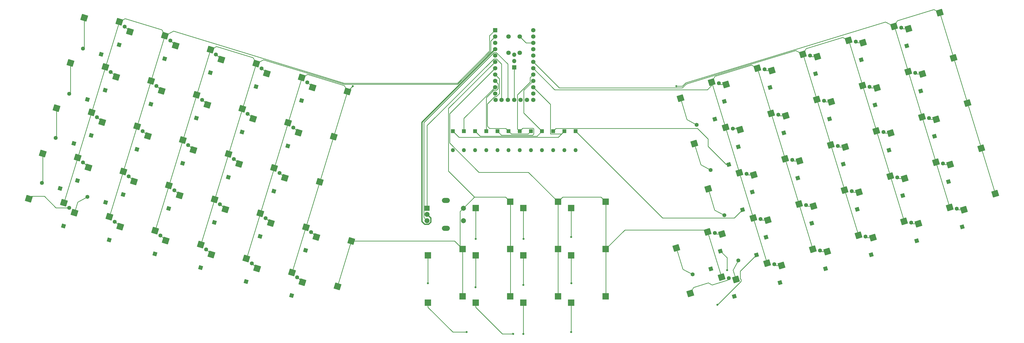
<source format=gbl>
G04 #@! TF.GenerationSoftware,KiCad,Pcbnew,8.0.6*
G04 #@! TF.CreationDate,2024-10-27T19:10:16+01:00*
G04 #@! TF.ProjectId,pterodactyl,70746572-6f64-4616-9374-796c2e6b6963,rev?*
G04 #@! TF.SameCoordinates,Original*
G04 #@! TF.FileFunction,Copper,L2,Bot*
G04 #@! TF.FilePolarity,Positive*
%FSLAX46Y46*%
G04 Gerber Fmt 4.6, Leading zero omitted, Abs format (unit mm)*
G04 Created by KiCad (PCBNEW 8.0.6) date 2024-10-27 19:10:16*
%MOMM*%
%LPD*%
G01*
G04 APERTURE LIST*
G04 Aperture macros list*
%AMHorizOval*
0 Thick line with rounded ends*
0 $1 width*
0 $2 $3 position (X,Y) of the first rounded end (center of the circle)*
0 $4 $5 position (X,Y) of the second rounded end (center of the circle)*
0 Add line between two ends*
20,1,$1,$2,$3,$4,$5,0*
0 Add two circle primitives to create the rounded ends*
1,1,$1,$2,$3*
1,1,$1,$4,$5*%
%AMRotRect*
0 Rectangle, with rotation*
0 The origin of the aperture is its center*
0 $1 length*
0 $2 width*
0 $3 Rotation angle, in degrees counterclockwise*
0 Add horizontal line*
21,1,$1,$2,0,0,$3*%
G04 Aperture macros list end*
G04 #@! TA.AperFunction,SMDPad,CuDef*
%ADD10RotRect,2.550000X2.500000X17.000000*%
G04 #@! TD*
G04 #@! TA.AperFunction,ComponentPad*
%ADD11RotRect,1.600000X1.600000X73.000000*%
G04 #@! TD*
G04 #@! TA.AperFunction,ComponentPad*
%ADD12HorizOval,1.600000X0.000000X0.000000X0.000000X0.000000X0*%
G04 #@! TD*
G04 #@! TA.AperFunction,SMDPad,CuDef*
%ADD13RotRect,2.550000X2.500000X343.000000*%
G04 #@! TD*
G04 #@! TA.AperFunction,ComponentPad*
%ADD14R,1.600000X1.600000*%
G04 #@! TD*
G04 #@! TA.AperFunction,ComponentPad*
%ADD15O,1.600000X1.600000*%
G04 #@! TD*
G04 #@! TA.AperFunction,ComponentPad*
%ADD16RotRect,1.600000X1.600000X197.000000*%
G04 #@! TD*
G04 #@! TA.AperFunction,ComponentPad*
%ADD17HorizOval,1.600000X0.000000X0.000000X0.000000X0.000000X0*%
G04 #@! TD*
G04 #@! TA.AperFunction,ComponentPad*
%ADD18RotRect,1.600000X1.600000X107.000000*%
G04 #@! TD*
G04 #@! TA.AperFunction,ComponentPad*
%ADD19HorizOval,1.600000X0.000000X0.000000X0.000000X0.000000X0*%
G04 #@! TD*
G04 #@! TA.AperFunction,SMDPad,CuDef*
%ADD20R,2.550000X2.500000*%
G04 #@! TD*
G04 #@! TA.AperFunction,ComponentPad*
%ADD21RotRect,1.600000X1.600000X163.000000*%
G04 #@! TD*
G04 #@! TA.AperFunction,ComponentPad*
%ADD22HorizOval,1.600000X0.000000X0.000000X0.000000X0.000000X0*%
G04 #@! TD*
G04 #@! TA.AperFunction,WasherPad*
%ADD23O,3.200000X2.000000*%
G04 #@! TD*
G04 #@! TA.AperFunction,ComponentPad*
%ADD24R,2.000000X2.000000*%
G04 #@! TD*
G04 #@! TA.AperFunction,ComponentPad*
%ADD25C,2.000000*%
G04 #@! TD*
G04 #@! TA.AperFunction,ComponentPad*
%ADD26C,1.752600*%
G04 #@! TD*
G04 #@! TA.AperFunction,ComponentPad*
%ADD27R,1.752600X1.752600*%
G04 #@! TD*
G04 #@! TA.AperFunction,ComponentPad*
%ADD28R,1.700000X1.700000*%
G04 #@! TD*
G04 #@! TA.AperFunction,ComponentPad*
%ADD29O,1.700000X1.700000*%
G04 #@! TD*
G04 #@! TA.AperFunction,ComponentPad*
%ADD30C,1.800000*%
G04 #@! TD*
G04 #@! TA.AperFunction,ViaPad*
%ADD31C,0.800000*%
G04 #@! TD*
G04 #@! TA.AperFunction,Conductor*
%ADD32C,0.250000*%
G04 #@! TD*
G04 #@! TA.AperFunction,Conductor*
%ADD33C,0.508000*%
G04 #@! TD*
G04 APERTURE END LIST*
D10*
X292768577Y-197639821D03*
X280266380Y-204118183D03*
D11*
X69979179Y-110122702D03*
D12*
X72207051Y-102835660D03*
D13*
X119312521Y-135748603D03*
X105325076Y-134128269D03*
D10*
X323748570Y-168328900D03*
X311246373Y-174807262D03*
D13*
X95501993Y-148308381D03*
X81514548Y-146688047D03*
X143123053Y-123188829D03*
X129135608Y-121568495D03*
D10*
X287221554Y-179496330D03*
X274719357Y-185974692D03*
D14*
X212029191Y-139140000D03*
D15*
X212029191Y-146760000D03*
D11*
X124769705Y-126873845D03*
D12*
X126997577Y-119586803D03*
D11*
X120764794Y-205006969D03*
D12*
X122992666Y-197719927D03*
D13*
X113765499Y-153892095D03*
X99778054Y-152271761D03*
X53427951Y-155284444D03*
X39440506Y-153664110D03*
D16*
X295670886Y-152466143D03*
D17*
X288383844Y-154694015D03*
D18*
X310584219Y-181649845D03*
D19*
X308356347Y-174362803D03*
D11*
X29527584Y-177112953D03*
D12*
X31755456Y-169825911D03*
D10*
X312654527Y-132041916D03*
X300152330Y-138520278D03*
X305485063Y-173912613D03*
X292982866Y-180390975D03*
D13*
X88332528Y-106437682D03*
X74345083Y-104817348D03*
D11*
X40621628Y-140825969D03*
D12*
X42849500Y-133538927D03*
D18*
X323281960Y-157928367D03*
D19*
X321054088Y-150641325D03*
D13*
X35164445Y-149700728D03*
X21177000Y-148080394D03*
D10*
X361823055Y-97170200D03*
X349320858Y-103648562D03*
X311032085Y-192056105D03*
X298529888Y-198534467D03*
X396708885Y-146022693D03*
X384206688Y-152501055D03*
D11*
X88242686Y-115706414D03*
D12*
X90470558Y-108419372D03*
D18*
X383563276Y-159337906D03*
D19*
X381335404Y-152050864D03*
D20*
X227348000Y-205372500D03*
X213498000Y-207912500D03*
D14*
X220956463Y-139140000D03*
D15*
X220956463Y-146760000D03*
D13*
X40711466Y-131557236D03*
X26724021Y-129936902D03*
D11*
X102581615Y-199447812D03*
D12*
X104809487Y-192160770D03*
D18*
X389110297Y-177481399D03*
D19*
X386882425Y-170194357D03*
D20*
X208250000Y-186400000D03*
X194400000Y-188940000D03*
D10*
X325333525Y-108326170D03*
X312831328Y-114804532D03*
D13*
X124859544Y-117605112D03*
X110872099Y-115984778D03*
D10*
X318201549Y-150185408D03*
X305699352Y-156663770D03*
D13*
X46258487Y-113413745D03*
X32271042Y-111793411D03*
D18*
X330432682Y-116063401D03*
D19*
X328204810Y-108776359D03*
D11*
X58885135Y-146409685D03*
D12*
X61113007Y-139122643D03*
D21*
X44567863Y-108289289D03*
D22*
X37280821Y-106061417D03*
D13*
X139104752Y-201317857D03*
X125117307Y-199697523D03*
D10*
X402255906Y-164166185D03*
X389753709Y-170644547D03*
D18*
X366922211Y-104907431D03*
D19*
X364694339Y-97620389D03*
D18*
X316131241Y-199793336D03*
D19*
X313903369Y-192506294D03*
D13*
X132029007Y-159475810D03*
X118041562Y-157855476D03*
D18*
X335979704Y-134206893D03*
D19*
X333751832Y-126919851D03*
D14*
X189711011Y-139140000D03*
D15*
X189711011Y-146760000D03*
D18*
X352620769Y-188637369D03*
D19*
X350392897Y-181350327D03*
D18*
X305037197Y-163506353D03*
D19*
X302809325Y-156219311D03*
D18*
X341526726Y-152350385D03*
D19*
X339298854Y-145063343D03*
D18*
X312187917Y-121641384D03*
D19*
X309960045Y-114354342D03*
D13*
X58974974Y-137140952D03*
X44987529Y-135520618D03*
D14*
X229883735Y-139140000D03*
D15*
X229883735Y-146760000D03*
D10*
X299938041Y-155769122D03*
X287435844Y-162247484D03*
D14*
X185247375Y-139140000D03*
D15*
X185247375Y-146760000D03*
D13*
X66144438Y-179011652D03*
X52156993Y-177391318D03*
D18*
X317734939Y-139784876D03*
D19*
X315507067Y-132497834D03*
D10*
X360275585Y-157161469D03*
X347773388Y-163639831D03*
D11*
X106506197Y-121290131D03*
D12*
X108734069Y-114003089D03*
D10*
X380067819Y-91592217D03*
X367565622Y-98070579D03*
X330918035Y-126458201D03*
X318415838Y-132936563D03*
D18*
X299490174Y-145362862D03*
D19*
X297262302Y-138075820D03*
D13*
X108218478Y-172035589D03*
X94231033Y-170415255D03*
D18*
X372469233Y-123050923D03*
D19*
X370241361Y-115763881D03*
D20*
X227348000Y-167427500D03*
X213498000Y-169967500D03*
D21*
X33626219Y-144077798D03*
D22*
X26339177Y-141849926D03*
D13*
X101049014Y-130164891D03*
X87061569Y-128544557D03*
D21*
X39029248Y-126405287D03*
D22*
X31742206Y-124177415D03*
D18*
X365318513Y-164915892D03*
D19*
X363090641Y-157628850D03*
D14*
X234347375Y-139140000D03*
D15*
X234347375Y-146760000D03*
D11*
X113675660Y-163160828D03*
D12*
X115903532Y-155873786D03*
D18*
X378016254Y-141194414D03*
D19*
X375788382Y-133907372D03*
D18*
X359771490Y-146772401D03*
D19*
X357543618Y-139485359D03*
D11*
X82695664Y-133849906D03*
D12*
X84923536Y-126562864D03*
D13*
X126481986Y-177619302D03*
X112494541Y-175998968D03*
D20*
X246446000Y-186400000D03*
X232596000Y-188940000D03*
D18*
X292330081Y-187230694D03*
D19*
X290102209Y-179943652D03*
D10*
X391161864Y-127879201D03*
X378659667Y-134357563D03*
D16*
X290123864Y-134322651D03*
D17*
X282836822Y-136550523D03*
D10*
X343578288Y-102748186D03*
X331076091Y-109226548D03*
X288843995Y-119482139D03*
X276341798Y-125960501D03*
D18*
X328828982Y-176071859D03*
D19*
X326601110Y-168784817D03*
D13*
X82785507Y-124581174D03*
X68798062Y-122960840D03*
D20*
X208250000Y-205372500D03*
X194400000Y-207912500D03*
D11*
X119222683Y-145017337D03*
D12*
X121450555Y-137730295D03*
D18*
X370865535Y-183059383D03*
D19*
X368637663Y-175772341D03*
D10*
X347559101Y-180888677D03*
X335056904Y-187367039D03*
D18*
X297877102Y-205374186D03*
D19*
X295649230Y-198087144D03*
D13*
X29617423Y-167844220D03*
X15629978Y-166223886D03*
D11*
X66054598Y-188280385D03*
D12*
X68282470Y-180993343D03*
D10*
X365822610Y-175304962D03*
X353320413Y-181783324D03*
D13*
X77238485Y-142724666D03*
X63251040Y-141104332D03*
D14*
X225420099Y-139140000D03*
D15*
X225420099Y-146760000D03*
D10*
X367445051Y-115290771D03*
X354942854Y-121769133D03*
D13*
X144651778Y-183174365D03*
X130664333Y-181554031D03*
X47880931Y-173427935D03*
X33893486Y-171807601D03*
X120934964Y-195762795D03*
X106947519Y-194142461D03*
D10*
X307088761Y-113904153D03*
X294586564Y-120382515D03*
D11*
X84318107Y-193864097D03*
D12*
X86545979Y-186577055D03*
D11*
X47791092Y-182696667D03*
D12*
X50018964Y-175409625D03*
D13*
X84407949Y-184595365D03*
X70420504Y-182975031D03*
X102671456Y-190179081D03*
X88684011Y-188558747D03*
D20*
X227348000Y-186400000D03*
X213498000Y-188940000D03*
X189152000Y-205372500D03*
X175302000Y-207912500D03*
D10*
X378539096Y-151577754D03*
X366036899Y-158056116D03*
D11*
X95412149Y-157577114D03*
D12*
X97640021Y-150290072D03*
D10*
X384086118Y-169721246D03*
X371583921Y-176199608D03*
X329295591Y-186472392D03*
X316793394Y-192950754D03*
D21*
X46375593Y-167697422D03*
D22*
X39088551Y-165469550D03*
D14*
X203101919Y-139140000D03*
D15*
X203101919Y-146760000D03*
D11*
X108128635Y-181304321D03*
D12*
X110356507Y-174017279D03*
D14*
X198638283Y-139140000D03*
D15*
X198638283Y-146760000D03*
D20*
X208250000Y-167427500D03*
X194400000Y-169967500D03*
D18*
X347073746Y-170493877D03*
D19*
X344845874Y-163206835D03*
D20*
X189152000Y-186400000D03*
X175302000Y-188940000D03*
D10*
X372992071Y-133434262D03*
X360489874Y-139912624D03*
D11*
X100959173Y-139433621D03*
D12*
X103187045Y-132146579D03*
D13*
X89954971Y-166451873D03*
X75967526Y-164831539D03*
D18*
X334376006Y-194215353D03*
D19*
X332148134Y-186928311D03*
D11*
X64432157Y-128266193D03*
D12*
X66660029Y-120979151D03*
D14*
X194174647Y-139140000D03*
D15*
X194174647Y-146760000D03*
D11*
X51715672Y-104538985D03*
D12*
X53943544Y-97251943D03*
D16*
X301217909Y-170609635D03*
D17*
X293930867Y-172837507D03*
D23*
X182477000Y-166907500D03*
X182477000Y-178107500D03*
D24*
X174977000Y-170007500D03*
D25*
X174977000Y-175007500D03*
X174977000Y-172507500D03*
X189477000Y-175007500D03*
X189477000Y-170007500D03*
D11*
X53338114Y-164553175D03*
D12*
X55565986Y-157266133D03*
D21*
X28112087Y-162113707D03*
D22*
X20825045Y-159885835D03*
D14*
X207565555Y-139140000D03*
D15*
X207565555Y-146760000D03*
D18*
X354224468Y-128628909D03*
D19*
X351996596Y-121341867D03*
D13*
X51805512Y-95270254D03*
X37818067Y-93649920D03*
D11*
X89865129Y-175720605D03*
D12*
X92093001Y-168433563D03*
D10*
X349181542Y-120874486D03*
X336679345Y-127352848D03*
D11*
X126311817Y-186863476D03*
D12*
X128539689Y-179576434D03*
D13*
X70069021Y-100853968D03*
X56081576Y-99233634D03*
D18*
X348677444Y-110485417D03*
D19*
X346449572Y-103198375D03*
D16*
X306764932Y-188753127D03*
D17*
X299477890Y-190980999D03*
D10*
X354728564Y-139017977D03*
X342226367Y-145496339D03*
D14*
X216492827Y-139140000D03*
D15*
X216492827Y-146760000D03*
D11*
X35074603Y-158969462D03*
D12*
X37302475Y-151682420D03*
D13*
X64521999Y-118997460D03*
X50534554Y-117377126D03*
D11*
X46168650Y-122682477D03*
D12*
X48396522Y-115395435D03*
D26*
X214874596Y-126590000D03*
X212334596Y-126590000D03*
X209794596Y-126590000D03*
X207254596Y-126590000D03*
X204714596Y-126590000D03*
X217414596Y-98650000D03*
X217414596Y-101190000D03*
X217414596Y-103730000D03*
X217414596Y-106270000D03*
X217414596Y-108810000D03*
X217414596Y-111350000D03*
X217414596Y-113890000D03*
X217414596Y-116430000D03*
X217414596Y-118970000D03*
X217414596Y-121510000D03*
X217414596Y-124050000D03*
X217414596Y-126590000D03*
X202403196Y-126590000D03*
X202174596Y-124050000D03*
X202174596Y-121510000D03*
X202174596Y-118970000D03*
X202174596Y-116430000D03*
X202174596Y-113890000D03*
X202174596Y-111350000D03*
X202174596Y-108810000D03*
X202174596Y-106270000D03*
X202174596Y-103730000D03*
X202174596Y-101190000D03*
D27*
X202174596Y-98650000D03*
D20*
X246446000Y-167427500D03*
X232596000Y-169967500D03*
D10*
X385614842Y-109735709D03*
X373112645Y-116214071D03*
X342012077Y-162745185D03*
X329509880Y-169223547D03*
D16*
X288501423Y-194336839D03*
D17*
X281214381Y-196564711D03*
D18*
X293943151Y-127219370D03*
D19*
X291715279Y-119932328D03*
D13*
X137576031Y-141332321D03*
X123588586Y-139711987D03*
D11*
X77148643Y-151993399D03*
D12*
X79376515Y-144706357D03*
D13*
X106596036Y-112021399D03*
X92608591Y-110401065D03*
D10*
X294391018Y-137625631D03*
X281888821Y-144103993D03*
D13*
X71691462Y-160868158D03*
X57704017Y-159247824D03*
D20*
X246446000Y-205372500D03*
X232596000Y-207912500D03*
D10*
X336465056Y-144601693D03*
X323962859Y-151080055D03*
D11*
X71601621Y-170136891D03*
D12*
X73829493Y-162849849D03*
D28*
X209794596Y-113575000D03*
D29*
X209794596Y-111035000D03*
X209794596Y-108495000D03*
D30*
X212044596Y-101200000D03*
X207544596Y-107700000D03*
X207544596Y-101200000D03*
X212044596Y-107700000D03*
D31*
X145225000Y-121097897D03*
X274700000Y-121075000D03*
X194410000Y-182290000D03*
X213520000Y-182280000D03*
X232590000Y-181555000D03*
X175300000Y-200080000D03*
X194370000Y-201660000D03*
X213510000Y-200770000D03*
X232720000Y-200100000D03*
X190775000Y-219650000D03*
X209375000Y-220375000D03*
X213460000Y-220370000D03*
X232570000Y-219650000D03*
X294975000Y-194850000D03*
X291125000Y-208700000D03*
D32*
X29637278Y-167833664D02*
X29617423Y-167844220D01*
X51805513Y-95270253D02*
X54146781Y-94025378D01*
X54146781Y-94025378D02*
X68824145Y-98512700D01*
X202174596Y-98825404D02*
X202174596Y-98650000D01*
X70069021Y-100853968D02*
X70079577Y-100873821D01*
X47900786Y-173417379D02*
X47880930Y-173427936D01*
X51805513Y-95270253D02*
X51816069Y-95290106D01*
X68824145Y-98512700D02*
X70069021Y-100853968D01*
X51816069Y-95290106D02*
X29637278Y-167833664D01*
X70079577Y-100873821D02*
X47900786Y-173417379D01*
X88332528Y-106437683D02*
X88343085Y-106457537D01*
X88343085Y-106457537D02*
X66164293Y-179001093D01*
X105351162Y-109680129D02*
X106596036Y-112021399D01*
X84427800Y-184584810D02*
X84407949Y-184595365D01*
X66164293Y-179001093D02*
X66144438Y-179011650D01*
X88332528Y-106437683D02*
X90673795Y-105192808D01*
X90673795Y-105192808D02*
X105351162Y-109680129D01*
X106606593Y-112041253D02*
X84427800Y-184584810D01*
X106596036Y-112021399D02*
X106606593Y-112041253D01*
X143133610Y-123208682D02*
X120954818Y-195752238D01*
X144034224Y-124100000D02*
X143123053Y-123188829D01*
X124870100Y-117624965D02*
X102691309Y-190168525D01*
X141878179Y-120847559D02*
X143123054Y-123188829D01*
X145213985Y-121097897D02*
X145225000Y-121097897D01*
X127200811Y-116360238D02*
X141878179Y-120847559D01*
X124859544Y-117605111D02*
X124870100Y-117624965D01*
X143123053Y-123188829D02*
X145213985Y-121097897D01*
X143123054Y-123188829D02*
X143133610Y-123208682D01*
X120954818Y-195752238D02*
X120934964Y-195762794D01*
X124859544Y-117605111D02*
X127200811Y-116360238D01*
X102691309Y-190168525D02*
X102671456Y-190179080D01*
X189477000Y-170007500D02*
X188152000Y-171332500D01*
X193932000Y-165552500D02*
X194120000Y-165552500D01*
X208265900Y-205356600D02*
X208250000Y-205372500D01*
X188152000Y-185400000D02*
X189152000Y-186400000D01*
X139124610Y-201307300D02*
X139104753Y-201317857D01*
X183525000Y-155145500D02*
X183525000Y-129999596D01*
X144662334Y-183194220D02*
X139124610Y-201307300D01*
X189167900Y-186415900D02*
X189167900Y-205356600D01*
X183525000Y-129999596D02*
X202174596Y-111350000D01*
X208265900Y-167443400D02*
X208265900Y-205356600D01*
X193932000Y-165552500D02*
X183525000Y-155145500D01*
X189477000Y-170007500D02*
X193932000Y-165552500D01*
X194120000Y-165552500D02*
X206375000Y-165552500D01*
X206375000Y-165552500D02*
X208250000Y-167427500D01*
X185926365Y-183174365D02*
X189152000Y-186400000D01*
X144651778Y-183174365D02*
X144662334Y-183194220D01*
X189152000Y-186400000D02*
X189167900Y-186415900D01*
X208250000Y-167427500D02*
X208265900Y-167443400D01*
X189167900Y-205356600D02*
X189152000Y-205372500D01*
X144651778Y-183174365D02*
X185926365Y-183174365D01*
X188152000Y-171332500D02*
X188152000Y-185400000D01*
X246461900Y-205356600D02*
X246446000Y-205372500D01*
X227348000Y-167427500D02*
X227363900Y-167443400D01*
X287221552Y-179496329D02*
X287241406Y-179506886D01*
X215520500Y-155600000D02*
X227348000Y-167427500D01*
X286442948Y-178717724D02*
X287221554Y-179496330D01*
X195678366Y-155600000D02*
X215520500Y-155600000D01*
X246461900Y-167443400D02*
X246461900Y-205356600D01*
X227348000Y-167427500D02*
X229223000Y-165552500D01*
X227363900Y-205356600D02*
X227348000Y-205372500D01*
X227363900Y-167443400D02*
X227363900Y-205356600D01*
X183975000Y-132089596D02*
X183975000Y-143896634D01*
X202174596Y-113890000D02*
X183975000Y-132089596D01*
X244571000Y-165552500D02*
X246446000Y-167427500D01*
X246446000Y-167427500D02*
X246461900Y-167443400D01*
X287241406Y-179506886D02*
X292779131Y-197619968D01*
X292779131Y-197619968D02*
X292768577Y-197639821D01*
X246446000Y-186400000D02*
X254128276Y-178717724D01*
X254128276Y-178717724D02*
X286442948Y-178717724D01*
X183975000Y-143896634D02*
X195678366Y-155600000D01*
X229223000Y-165552500D02*
X244571000Y-165552500D01*
X288843995Y-119482139D02*
X288863849Y-119492695D01*
X307088759Y-113904153D02*
X304747492Y-112659279D01*
X329306149Y-186452536D02*
X329295592Y-186472392D01*
X226024596Y-122500000D02*
X217414596Y-113890000D01*
X288843995Y-119482139D02*
X288843995Y-120789254D01*
X307088759Y-113904153D02*
X307133088Y-113927723D01*
X287133249Y-122500000D02*
X226024596Y-122500000D01*
X304747492Y-112659279D02*
X290088869Y-117140869D01*
X288843995Y-120789254D02*
X287133249Y-122500000D01*
X290088869Y-117140869D02*
X288843995Y-119482139D01*
X307133088Y-113927723D02*
X329306149Y-186452536D01*
X288863849Y-119492695D02*
X311042640Y-192036253D01*
X311042640Y-192036253D02*
X311032085Y-192056106D01*
X322430350Y-106782525D02*
X296019676Y-114857079D01*
X227864596Y-121800000D02*
X217414596Y-111350000D01*
X326578399Y-105984902D02*
X325333523Y-108326170D01*
X343671566Y-102797782D02*
X365833166Y-175285108D01*
X341237021Y-101503311D02*
X326578399Y-105984902D01*
X343578289Y-102748186D02*
X343671566Y-102797782D01*
X278732790Y-120142210D02*
X277075000Y-121800000D01*
X325333524Y-108326170D02*
X322430350Y-106782525D01*
X325402328Y-108362753D02*
X347569657Y-180868822D01*
X296019673Y-114857079D02*
X289787578Y-116762422D01*
X325333523Y-108326170D02*
X325402328Y-108362753D01*
X277075000Y-121800000D02*
X227864596Y-121800000D01*
X347569657Y-180868822D02*
X347559099Y-180888677D01*
X289787577Y-116762422D02*
X278732790Y-120142210D01*
X343578289Y-102748186D02*
X341237021Y-101503311D01*
X289787578Y-116762422D02*
X289787577Y-116762422D01*
X296019676Y-114857079D02*
X296019673Y-114857079D01*
X365833166Y-175285108D02*
X365822608Y-175304962D01*
X402266464Y-164146331D02*
X402255907Y-164166185D01*
X274700000Y-121075000D02*
X277163604Y-121075000D01*
X384096674Y-169701392D02*
X384086116Y-169721246D01*
X361940805Y-97232809D02*
X384096674Y-169701392D01*
X277163604Y-121061859D02*
X278475000Y-119750463D01*
X377726550Y-90347341D02*
X363067928Y-94828933D01*
X277163604Y-121075000D02*
X277163604Y-121061859D01*
X310988160Y-109810192D02*
X278475000Y-119750463D01*
X380067817Y-91592217D02*
X377726550Y-90347341D01*
X363067928Y-94828933D02*
X361823053Y-97170200D01*
X361823053Y-97170200D02*
X361940805Y-97232809D01*
X380087672Y-91602772D02*
X402266464Y-164146331D01*
X380067817Y-91592217D02*
X380087672Y-91602772D01*
X358357977Y-95327786D02*
X310988160Y-109810192D01*
X361823054Y-97170200D02*
X358357977Y-95327786D01*
X269169882Y-173962507D02*
X297865037Y-173962507D01*
X189711011Y-133973585D02*
X202174596Y-121510000D01*
X234347375Y-139140000D02*
X269169882Y-173962507D01*
X189711011Y-139140000D02*
X189711011Y-133973585D01*
X297865037Y-173962507D02*
X301217909Y-170609635D01*
X174977000Y-170007500D02*
X174977000Y-136848701D01*
X174977000Y-136848701D02*
X201677001Y-110148700D01*
X204714596Y-112164596D02*
X204714596Y-126590000D01*
X201677001Y-110148700D02*
X202698700Y-110148700D01*
X202698700Y-110148700D02*
X204714596Y-112164596D01*
X202672191Y-107608700D02*
X207254596Y-112191105D01*
X201677001Y-107608700D02*
X202672191Y-107608700D01*
X173652000Y-135633701D02*
X201677001Y-107608700D01*
X174977000Y-175007500D02*
X173652000Y-173682500D01*
X173652000Y-173682500D02*
X173652000Y-135633701D01*
X207254596Y-112191105D02*
X207254596Y-126590000D01*
X297409739Y-194870625D02*
X299477888Y-190980999D01*
X298529888Y-198534467D02*
X297409739Y-194870625D01*
X209794596Y-113575000D02*
X209794596Y-126590000D01*
D33*
X176431000Y-175609767D02*
X175579267Y-176461500D01*
X173986500Y-176461500D02*
X172875000Y-175350000D01*
X176431000Y-173961500D02*
X176431000Y-175609767D01*
X175579267Y-176461500D02*
X173986500Y-176461500D01*
X172875000Y-135569596D02*
X202174596Y-106270000D01*
X172875000Y-175350000D02*
X172875000Y-135569596D01*
X174977000Y-172507500D02*
X176431000Y-173961500D01*
D32*
X216213296Y-117631300D02*
X216213296Y-119467595D01*
X216213296Y-119467595D02*
X211133296Y-124547595D01*
X217167827Y-140715000D02*
X217625000Y-140257827D01*
X213244191Y-137925000D02*
X212029191Y-139140000D01*
X217625000Y-140257827D02*
X217625000Y-138150000D01*
X204676919Y-140715000D02*
X217167827Y-140715000D01*
X217414596Y-116430000D02*
X216213296Y-117631300D01*
X203101919Y-139140000D02*
X204676919Y-140715000D01*
X217400000Y-137925000D02*
X213244191Y-137925000D01*
X217625000Y-138150000D02*
X217400000Y-137925000D01*
X211133296Y-124547595D02*
X211133296Y-138244105D01*
X211133296Y-138244105D02*
X212029191Y-139140000D01*
X207565555Y-139140000D02*
X206440555Y-138015000D01*
X199088283Y-137138283D02*
X199088283Y-128206018D01*
X206440555Y-138015000D02*
X199965000Y-138015000D01*
X203875000Y-124048491D02*
X203875000Y-118130404D01*
X199965000Y-138015000D02*
X199088283Y-137138283D01*
X216492827Y-139140000D02*
X215367827Y-140265000D01*
X202672191Y-125251300D02*
X203875000Y-124048491D01*
X202043001Y-125251300D02*
X202672191Y-125251300D01*
X208690555Y-140265000D02*
X207565555Y-139140000D01*
X199088283Y-128206018D02*
X202043001Y-125251300D01*
X203875000Y-118130404D02*
X202174596Y-116430000D01*
X215367827Y-140265000D02*
X208690555Y-140265000D01*
X366036899Y-158056117D02*
X363517907Y-158056117D01*
X363517907Y-158056117D02*
X363090641Y-157628851D01*
X201609692Y-122711300D02*
X202713700Y-122711300D01*
X203375896Y-120171300D02*
X202174596Y-118970000D01*
X225420099Y-139140000D02*
X226545099Y-138015000D01*
X283134015Y-138015000D02*
X287400000Y-142280985D01*
X287400000Y-145211699D02*
X294654444Y-152466143D01*
X287400000Y-142280985D02*
X287400000Y-145211699D01*
X198638283Y-125682709D02*
X201609692Y-122711300D01*
X202713700Y-122711300D02*
X203375896Y-122049104D01*
X226545099Y-138015000D02*
X283134015Y-138015000D01*
X203375896Y-122049104D02*
X203375896Y-120171300D01*
X294654444Y-152466143D02*
X295670886Y-152466143D01*
X198638283Y-139140000D02*
X198638283Y-125682709D01*
X187722375Y-141615000D02*
X227408735Y-141615000D01*
X224295099Y-128390503D02*
X217414596Y-121510000D01*
X229883735Y-139140000D02*
X228758735Y-140265000D01*
X185247375Y-139140000D02*
X187722375Y-141615000D01*
X224295099Y-140265000D02*
X224295099Y-128390503D01*
X228758735Y-140265000D02*
X224295099Y-140265000D01*
X227408735Y-141615000D02*
X229883735Y-139140000D01*
X37818068Y-105524171D02*
X37280821Y-106061416D01*
X37818068Y-93649919D02*
X37818068Y-105524171D01*
X56081576Y-99233633D02*
X54099884Y-97251945D01*
X54099884Y-97251945D02*
X53943543Y-97251945D01*
X74345083Y-104817350D02*
X72363393Y-102835658D01*
X72363393Y-102835658D02*
X72207050Y-102835658D01*
X90626900Y-108419374D02*
X90470559Y-108419372D01*
X92608590Y-110401063D02*
X90626900Y-108419374D01*
X110872099Y-115984777D02*
X108890408Y-114003089D01*
X108890408Y-114003089D02*
X108734069Y-114003088D01*
X127153916Y-119586803D02*
X126997577Y-119586802D01*
X129135609Y-121568495D02*
X127153916Y-119586803D01*
X194400000Y-182280000D02*
X194410000Y-182290000D01*
X194400000Y-169967500D02*
X194400000Y-182280000D01*
X213498000Y-182258000D02*
X213520000Y-182280000D01*
X213498000Y-169967500D02*
X213498000Y-182258000D01*
X232596000Y-169967500D02*
X232596000Y-181549000D01*
X232596000Y-181549000D02*
X232590000Y-181555000D01*
X278947196Y-134482372D02*
X282836823Y-136550523D01*
X276341797Y-125960501D02*
X278947196Y-134482372D01*
X292165467Y-120382515D02*
X291715280Y-119932327D01*
X294586564Y-120382515D02*
X292165467Y-120382515D01*
X312831328Y-114804532D02*
X310410232Y-114804532D01*
X310410232Y-114804532D02*
X309960045Y-114354343D01*
X331076091Y-109226548D02*
X328654999Y-109226548D01*
X328654999Y-109226548D02*
X328204808Y-108776359D01*
X346899761Y-103648562D02*
X346449574Y-103198374D01*
X349320858Y-103648562D02*
X346899761Y-103648562D01*
X365144526Y-98070579D02*
X364694339Y-97620390D01*
X367565622Y-98070579D02*
X365144526Y-98070579D01*
X32271044Y-123648578D02*
X31742206Y-124177417D01*
X32271044Y-111793410D02*
X32271044Y-123648578D01*
X48552863Y-115395437D02*
X48396522Y-115395437D01*
X50534554Y-117377125D02*
X48552863Y-115395437D01*
X66816371Y-120979149D02*
X66660028Y-120979149D01*
X68798062Y-122960840D02*
X66816371Y-120979149D01*
X87061569Y-128544557D02*
X85079878Y-126562866D01*
X85079878Y-126562866D02*
X84923537Y-126562864D01*
X105325077Y-134128269D02*
X103343387Y-132146581D01*
X103343387Y-132146581D02*
X103187045Y-132146581D01*
X123588586Y-139711985D02*
X121606895Y-137730296D01*
X121606895Y-137730296D02*
X121450555Y-137730294D01*
X175302000Y-200078000D02*
X175300000Y-200080000D01*
X175302000Y-188940000D02*
X175302000Y-200078000D01*
X194370000Y-201660000D02*
X194400000Y-201630000D01*
X194400000Y-201630000D02*
X194400000Y-188940000D01*
X213498000Y-200758000D02*
X213510000Y-200770000D01*
X213498000Y-188940000D02*
X213498000Y-200758000D01*
X232596000Y-199976000D02*
X232720000Y-200100000D01*
X232596000Y-188940000D02*
X232596000Y-199976000D01*
X281888821Y-144103993D02*
X284494218Y-152625863D01*
X284494218Y-152625863D02*
X288383845Y-154694015D01*
X299707872Y-138075820D02*
X300152330Y-138520278D01*
X297262301Y-138075819D02*
X299707872Y-138075820D01*
X315945795Y-132936563D02*
X315507067Y-132497835D01*
X318415838Y-132936563D02*
X315945795Y-132936563D01*
X336679346Y-127352848D02*
X334184827Y-127352847D01*
X334184827Y-127352847D02*
X333751832Y-126919851D01*
X354942852Y-121769133D02*
X352423863Y-121769134D01*
X352423863Y-121769134D02*
X351996595Y-121341866D01*
X373112645Y-116214071D02*
X370691548Y-116214071D01*
X370691548Y-116214071D02*
X370241361Y-115763882D01*
X26724022Y-141465083D02*
X26339176Y-141849928D01*
X26724020Y-129936903D02*
X26724022Y-141465083D01*
X44987529Y-135520619D02*
X43005840Y-133538928D01*
X43005840Y-133538928D02*
X42849500Y-133538928D01*
X61269349Y-139122641D02*
X61113006Y-139122641D01*
X63251040Y-141104332D02*
X61269349Y-139122641D01*
X384206689Y-152501055D02*
X381785594Y-152501055D01*
X381785594Y-152501055D02*
X381335405Y-152050866D01*
X97796365Y-150290073D02*
X97640021Y-150290073D01*
X99778054Y-152271761D02*
X97796365Y-150290073D01*
X118041563Y-157855476D02*
X116059873Y-155873788D01*
X116059873Y-155873788D02*
X115903533Y-155873786D01*
X175302000Y-209706184D02*
X175302000Y-207912500D01*
X190775000Y-219650000D02*
X185245816Y-219650000D01*
X185245816Y-219650000D02*
X175302000Y-209706184D01*
X194400000Y-209706184D02*
X205068816Y-220375000D01*
X209375000Y-220375000D02*
X209100000Y-220100000D01*
X205068816Y-220375000D02*
X209375000Y-220375000D01*
X194400000Y-207912500D02*
X194400000Y-209706184D01*
X213498000Y-220332000D02*
X213498000Y-207912500D01*
X213460000Y-220370000D02*
X213498000Y-220332000D01*
X232596000Y-219624000D02*
X232596000Y-207912500D01*
X232570000Y-219650000D02*
X232596000Y-219624000D01*
X305699352Y-156663770D02*
X303253782Y-156663770D01*
X303253782Y-156663770D02*
X302809325Y-156219312D01*
X321492817Y-151080055D02*
X321054089Y-150641327D01*
X323962860Y-151080055D02*
X321492817Y-151080055D01*
X342226367Y-145496339D02*
X339731851Y-145496339D01*
X339731851Y-145496339D02*
X339298854Y-145063343D01*
X360489875Y-139912624D02*
X357970883Y-139912624D01*
X357970883Y-139912624D02*
X357543617Y-139485358D01*
X378659667Y-134357563D02*
X376238572Y-134357563D01*
X376238572Y-134357563D02*
X375788383Y-133907374D01*
X21177000Y-148080394D02*
X21176999Y-159533881D01*
X21176999Y-159533881D02*
X20825045Y-159885834D01*
X39440507Y-153664111D02*
X37458818Y-151682420D01*
X37458818Y-151682420D02*
X37302477Y-151682420D01*
X55722326Y-157266133D02*
X55565986Y-157266135D01*
X57704015Y-159247826D02*
X55722326Y-157266133D01*
X75967526Y-164831540D02*
X73985835Y-162849848D01*
X73985835Y-162849848D02*
X73829491Y-162849849D01*
X94231033Y-170415254D02*
X92249343Y-168433565D01*
X92249343Y-168433565D02*
X92093000Y-168433565D01*
X112494539Y-175998969D02*
X110512851Y-174017280D01*
X110512851Y-174017280D02*
X110356509Y-174017279D01*
X128686736Y-179576434D02*
X128539689Y-179576436D01*
X130664333Y-181554031D02*
X128686736Y-179576434D01*
X274719357Y-185974692D02*
X277324754Y-194496561D01*
X277324754Y-194496561D02*
X281214381Y-196564713D01*
X290549534Y-180390977D02*
X290102210Y-179943653D01*
X292982866Y-180390976D02*
X290549534Y-180390977D01*
X311246374Y-174807262D02*
X308800803Y-174807262D01*
X308800803Y-174807262D02*
X308356347Y-174362804D01*
X329509880Y-169223547D02*
X327039839Y-169223547D01*
X327039839Y-169223547D02*
X326601111Y-168784819D01*
X345278873Y-163639831D02*
X344845876Y-163206834D01*
X347773389Y-163639830D02*
X345278873Y-163639831D01*
X290041240Y-170769356D02*
X293930867Y-172837507D01*
X287435844Y-162247484D02*
X290041240Y-170769356D01*
X294975000Y-189875613D02*
X294975000Y-194850000D01*
X292330081Y-187230694D02*
X294975000Y-189875613D01*
X16631038Y-165222826D02*
X21854630Y-165222826D01*
X15629978Y-166223886D02*
X16631038Y-165222826D01*
X26457715Y-169825911D02*
X31755456Y-169825911D01*
X21854630Y-165222826D02*
X26457715Y-169825911D01*
X35198926Y-167537699D02*
X39088551Y-165469548D01*
X33893486Y-171807602D02*
X35198926Y-167537699D01*
X50175302Y-175409627D02*
X50018964Y-175409627D01*
X52156993Y-177391316D02*
X50175302Y-175409627D01*
X70420504Y-182975031D02*
X68438813Y-180993341D01*
X68438813Y-180993341D02*
X68282472Y-180993342D01*
X88684011Y-188558746D02*
X86702320Y-186577057D01*
X86702320Y-186577057D02*
X86545978Y-186577057D01*
X104965829Y-192160772D02*
X104809486Y-192160770D01*
X106947519Y-194142460D02*
X104965829Y-192160772D01*
X125117308Y-199697523D02*
X123139710Y-197719926D01*
X123139710Y-197719926D02*
X122992665Y-197719925D01*
X280266380Y-204118183D02*
X281511253Y-201776915D01*
X287477018Y-199952998D02*
X288993723Y-200759444D01*
X281511253Y-201776915D02*
X287477018Y-199952998D01*
X295244464Y-198848401D02*
X295649231Y-198087144D01*
X288993723Y-200759444D02*
X295244464Y-198848401D01*
X196199647Y-141165000D02*
X194174647Y-139140000D01*
X218931463Y-141165000D02*
X196199647Y-141165000D01*
X213673296Y-122711300D02*
X217414596Y-118970000D01*
X213673296Y-131856833D02*
X213673296Y-122711300D01*
X220956463Y-139140000D02*
X218931463Y-141165000D01*
X220956463Y-139140000D02*
X213673296Y-131856833D01*
X81514548Y-146688048D02*
X79532857Y-144706356D01*
X79532857Y-144706356D02*
X79376515Y-144706356D01*
X300241031Y-198214723D02*
X300241031Y-195277028D01*
X291150000Y-208725000D02*
X291125000Y-208700000D01*
X291206335Y-208725000D02*
X300613154Y-199318181D01*
X300241031Y-195277028D02*
X306764932Y-188753127D01*
X300613154Y-199318181D02*
X300613154Y-198586846D01*
X300613154Y-198586846D02*
X300241031Y-198214723D01*
X291206335Y-208725000D02*
X291150000Y-208725000D01*
X314347827Y-192950754D02*
X313903369Y-192506295D01*
X316793394Y-192950754D02*
X314347827Y-192950754D01*
X335056904Y-187367039D02*
X332586861Y-187367038D01*
X332586861Y-187367038D02*
X332148132Y-186928311D01*
X353320413Y-181783324D02*
X350825895Y-181783323D01*
X350825895Y-181783323D02*
X350392898Y-181350326D01*
X371583921Y-176199608D02*
X369064929Y-176199608D01*
X369064929Y-176199608D02*
X368637663Y-175772342D01*
X387332616Y-170644547D02*
X386882425Y-170194358D01*
X389753709Y-170644547D02*
X387332616Y-170644547D01*
X214574596Y-103730000D02*
X217414596Y-103730000D01*
X212044596Y-101200000D02*
X214574596Y-103730000D01*
X200400000Y-102964596D02*
X202174596Y-101190000D01*
X187252869Y-120372897D02*
X200400000Y-107225766D01*
X200400000Y-107225766D02*
X200400000Y-102964596D01*
X133764860Y-117896507D02*
X141864761Y-120372897D01*
X141864761Y-120372897D02*
X187252869Y-120372897D01*
X109499209Y-110477753D02*
X133764860Y-117896507D01*
X106596036Y-112021399D02*
X109499209Y-110477753D01*
X187111132Y-119878238D02*
X199950000Y-107039370D01*
X141785941Y-119878238D02*
X187111132Y-119878238D01*
X199950000Y-107039370D02*
X199950000Y-100874596D01*
X131582168Y-116758631D02*
X141785941Y-119878238D01*
X199950000Y-100874596D02*
X202174596Y-98650000D01*
X73534097Y-99011555D02*
X131582168Y-116758631D01*
X70069021Y-100853968D02*
X73534097Y-99011555D01*
M02*

</source>
